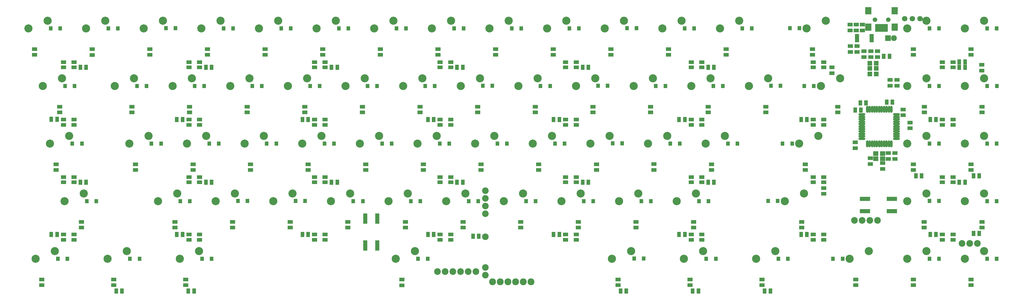
<source format=gbr>
G04 #@! TF.FileFunction,Soldermask,Bot*
%FSLAX46Y46*%
G04 Gerber Fmt 4.6, Leading zero omitted, Abs format (unit mm)*
G04 Created by KiCad (PCBNEW 4.0.2-stable) date 7/14/2016 9:28:55 PM*
%MOMM*%
G01*
G04 APERTURE LIST*
%ADD10C,0.100000*%
%ADD11C,2.686000*%
%ADD12C,1.800000*%
%ADD13R,1.289000X1.797000*%
%ADD14R,1.797000X1.289000*%
%ADD15R,1.400000X3.500000*%
%ADD16R,3.500000X1.400000*%
%ADD17C,2.200000*%
%ADD18O,0.806400X2.299920*%
%ADD19O,2.299920X0.806400*%
%ADD20R,1.598880X1.598880*%
%ADD21R,1.700000X1.250000*%
%ADD22R,1.800000X1.600000*%
%ADD23C,2.178000*%
%ADD24C,2.279600*%
%ADD25C,1.924000*%
%ADD26R,1.924000X1.924000*%
%ADD27R,1.400000X0.690000*%
%ADD28R,2.000000X2.400000*%
%ADD29R,0.990000X2.600000*%
%ADD30C,1.500000*%
%ADD31R,1.300000X1.350000*%
G04 APERTURE END LIST*
D10*
D11*
X239048750Y-103697500D03*
X232698750Y-106237500D03*
X162848750Y-103697500D03*
X156498750Y-106237500D03*
X100931550Y-84643250D03*
X94581550Y-87183250D03*
X186658350Y-65592850D03*
X180308350Y-68132850D03*
X148557550Y-65592850D03*
X142207550Y-68132850D03*
X362873750Y-65597500D03*
X356523750Y-68137500D03*
X362873750Y-103697500D03*
X356523750Y-106237500D03*
D12*
X355635950Y-64932850D03*
X358175950Y-64932850D03*
X360715950Y-64932850D03*
D13*
X366018450Y-136292850D03*
X364113450Y-136292850D03*
X323328450Y-136292850D03*
X321423450Y-136292850D03*
X282998450Y-136292850D03*
X281093450Y-136292850D03*
X241488450Y-136292850D03*
X239583450Y-136292850D03*
X199978450Y-136292850D03*
X198073450Y-136292850D03*
X158488450Y-136292850D03*
X156583450Y-136292850D03*
X116968450Y-136292850D03*
X115063450Y-136292850D03*
X75468450Y-136292850D03*
X73563450Y-136292850D03*
X373723450Y-119052850D03*
X375628450Y-119052850D03*
D14*
X328915950Y-120950350D03*
X328915950Y-122855350D03*
D13*
X290703450Y-119052850D03*
X292608450Y-119052850D03*
X249193450Y-119032850D03*
X251098450Y-119032850D03*
X207693450Y-119052850D03*
X209598450Y-119052850D03*
X166183450Y-119052850D03*
X168088450Y-119052850D03*
X124673450Y-119052850D03*
X126578450Y-119052850D03*
X83163450Y-119052850D03*
X85068450Y-119052850D03*
X366008450Y-98292850D03*
X364103450Y-98292850D03*
X323338450Y-98292850D03*
X321433450Y-98292850D03*
X282998450Y-98292850D03*
X281093450Y-98292850D03*
X241488450Y-98292850D03*
X239583450Y-98292850D03*
X199978450Y-98292850D03*
X198073450Y-98292850D03*
X158488450Y-98292850D03*
X156583450Y-98292850D03*
X116968450Y-98302850D03*
X115063450Y-98302850D03*
X75458450Y-98232850D03*
X73553450Y-98232850D03*
X373723450Y-81052850D03*
X375628450Y-81052850D03*
D14*
X331565950Y-81050350D03*
X331565950Y-82955350D03*
D13*
X290703450Y-81052850D03*
X292608450Y-81052850D03*
X249193450Y-81052850D03*
X251098450Y-81052850D03*
X166183450Y-81052850D03*
X168088450Y-81052850D03*
X124673450Y-81052850D03*
X126578450Y-81052850D03*
X83163450Y-81052850D03*
X85068450Y-81052850D03*
D14*
X377565950Y-151170350D03*
X377565950Y-153075350D03*
X358515950Y-151170350D03*
X358515950Y-153075350D03*
X339465950Y-151170350D03*
X339465950Y-153075350D03*
X308515950Y-151170350D03*
X308515950Y-153075350D03*
X284715950Y-151170350D03*
X284715950Y-153075350D03*
X260890950Y-151170350D03*
X260890950Y-153075350D03*
X189465950Y-151220350D03*
X189465950Y-153125350D03*
X118015950Y-151170350D03*
X118015950Y-153075350D03*
X94190950Y-151170350D03*
X94190950Y-153075350D03*
X70390950Y-151170350D03*
X70390950Y-153075350D03*
X381190950Y-134025350D03*
X381190950Y-132120350D03*
X362115950Y-134025350D03*
X362115950Y-132120350D03*
X321640950Y-134025350D03*
X321640950Y-132120350D03*
X285915950Y-134025350D03*
X285915950Y-132120350D03*
X266865950Y-134025350D03*
X266865950Y-132120350D03*
X247815950Y-134025350D03*
X247815950Y-132120350D03*
X228765950Y-134025350D03*
X228765950Y-132120350D03*
X209715950Y-134025350D03*
X209715950Y-132120350D03*
X190665950Y-134025350D03*
X190665950Y-132120350D03*
X171615950Y-134025350D03*
X171615950Y-132120350D03*
X152565950Y-134025350D03*
X152565950Y-132120350D03*
X133515950Y-134025350D03*
X133515950Y-132120350D03*
X114465950Y-134025350D03*
X114465950Y-132120350D03*
X83515950Y-134025350D03*
X83515950Y-132120350D03*
X377565950Y-113070350D03*
X377565950Y-114975350D03*
X358540950Y-113070350D03*
X358540950Y-114975350D03*
X322815950Y-113070350D03*
X322815950Y-114975350D03*
X291840950Y-113070350D03*
X291840950Y-114975350D03*
X272790950Y-113020350D03*
X272790950Y-114925350D03*
X253765950Y-113070350D03*
X253765950Y-114975350D03*
X234690950Y-113070350D03*
X234690950Y-114975350D03*
X215640950Y-113070350D03*
X215640950Y-114975350D03*
X196590950Y-113070350D03*
X196590950Y-114975350D03*
X177540950Y-113070350D03*
X177540950Y-114975350D03*
X158490950Y-113070350D03*
X158490950Y-114975350D03*
X139440950Y-113070350D03*
X139440950Y-114975350D03*
X120415950Y-113070350D03*
X120415950Y-114975350D03*
X101365950Y-113070350D03*
X101365950Y-114975350D03*
X75165950Y-113070350D03*
X75165950Y-114975350D03*
X381190950Y-95925350D03*
X381190950Y-94020350D03*
X362140950Y-95925350D03*
X362140950Y-94020350D03*
X333565950Y-95925350D03*
X333565950Y-94020350D03*
X309740950Y-95925350D03*
X309740950Y-94020350D03*
X290690950Y-95925350D03*
X290690950Y-94020350D03*
X271640950Y-95925350D03*
X271640950Y-94020350D03*
X252590950Y-95925350D03*
X252590950Y-94020350D03*
X233540950Y-95925350D03*
X233540950Y-94020350D03*
X214490950Y-95925350D03*
X214490950Y-94020350D03*
X195440950Y-95925350D03*
X195440950Y-94020350D03*
X176390950Y-95925350D03*
X176390950Y-94020350D03*
X157340950Y-95925350D03*
X157340950Y-94020350D03*
X138290950Y-95925350D03*
X138290950Y-94020350D03*
X119240950Y-95925350D03*
X119240950Y-94020350D03*
X100190950Y-95925350D03*
X100190950Y-94020350D03*
X76365950Y-95925350D03*
X76365950Y-94020350D03*
X377565950Y-74970350D03*
X377565950Y-76875350D03*
X358515950Y-74970350D03*
X358515950Y-76875350D03*
X325190950Y-74970350D03*
X325190950Y-76875350D03*
X296615950Y-74970350D03*
X296615950Y-76875350D03*
X277565950Y-74970350D03*
X277565950Y-76875350D03*
X258515950Y-74970350D03*
X258515950Y-76875350D03*
X239465950Y-74970350D03*
X239465950Y-76875350D03*
X220415950Y-74970350D03*
X220415950Y-76875350D03*
X201365950Y-74970350D03*
X201365950Y-76875350D03*
X182315950Y-74970350D03*
X182315950Y-76875350D03*
X163265950Y-74970350D03*
X163265950Y-76875350D03*
X144215950Y-74970350D03*
X144215950Y-76875350D03*
X125165950Y-74970350D03*
X125165950Y-76875350D03*
X106115950Y-74970350D03*
X106115950Y-76875350D03*
X87065950Y-75020350D03*
X87065950Y-76925350D03*
X68015950Y-74960350D03*
X68015950Y-76865350D03*
D11*
X381923750Y-141797500D03*
X375573750Y-144337500D03*
X362873750Y-141797500D03*
X356523750Y-144337500D03*
X343823750Y-141797500D03*
X337473750Y-144337500D03*
X312867500Y-141797500D03*
X306517500Y-144337500D03*
X289055000Y-141797500D03*
X282705000Y-144337500D03*
X265242500Y-141797500D03*
X258892500Y-144337500D03*
X193805000Y-141797500D03*
X187455000Y-144337500D03*
X122367500Y-141797500D03*
X116017500Y-144337500D03*
X98555000Y-141797500D03*
X92205000Y-144337500D03*
X74742500Y-141797500D03*
X68392500Y-144337500D03*
X381923750Y-122747500D03*
X375573750Y-125287500D03*
X362873750Y-122747500D03*
X356523750Y-125287500D03*
X322392500Y-122747500D03*
X316042500Y-125287500D03*
X286673750Y-122747500D03*
X280323750Y-125287500D03*
X267623750Y-122747500D03*
X261273750Y-125287500D03*
X248573750Y-122747500D03*
X242223750Y-125287500D03*
X229523750Y-122747500D03*
X223173750Y-125287500D03*
X210473750Y-122747500D03*
X204123750Y-125287500D03*
X191423750Y-122747500D03*
X185073750Y-125287500D03*
X172373750Y-122747500D03*
X166023750Y-125287500D03*
X153323750Y-122747500D03*
X146973750Y-125287500D03*
X134273750Y-122747500D03*
X127923750Y-125287500D03*
X115223750Y-122747500D03*
X108873750Y-125287500D03*
X84267500Y-122747500D03*
X77917500Y-125287500D03*
X381923750Y-103697500D03*
X375573750Y-106237500D03*
X327155000Y-103697500D03*
X320805000Y-106237500D03*
X296198750Y-103697500D03*
X289848750Y-106237500D03*
X277148750Y-103697500D03*
X270798750Y-106237500D03*
X258098750Y-103697500D03*
X251748750Y-106237500D03*
X219998750Y-103697500D03*
X213648750Y-106237500D03*
X200948750Y-103697500D03*
X194598750Y-106237500D03*
X143798750Y-103697500D03*
X137448750Y-106237500D03*
X124748750Y-103697500D03*
X118398750Y-106237500D03*
X105698750Y-103697500D03*
X99348750Y-106237500D03*
X79505000Y-103697500D03*
X73155000Y-106237500D03*
X381923750Y-84647500D03*
X375573750Y-87187500D03*
X362873750Y-84647500D03*
X356523750Y-87187500D03*
X334298950Y-84643250D03*
X327948950Y-87183250D03*
X310485950Y-84643250D03*
X304135950Y-87183250D03*
X291435550Y-84643250D03*
X285085550Y-87183250D03*
X272385150Y-84643250D03*
X266035150Y-87183250D03*
X253334750Y-84643250D03*
X246984750Y-87183250D03*
X234284350Y-84643250D03*
X227934350Y-87183250D03*
X215236250Y-84647500D03*
X208886250Y-87187500D03*
X196186250Y-84647500D03*
X189836250Y-87187500D03*
X177136250Y-84647500D03*
X170786250Y-87187500D03*
X158086250Y-84647500D03*
X151736250Y-87187500D03*
X139036250Y-84647500D03*
X132686250Y-87187500D03*
X119986250Y-84647500D03*
X113636250Y-87187500D03*
X77118550Y-84643250D03*
X70768550Y-87183250D03*
X381923750Y-65597500D03*
X375573750Y-68137500D03*
X329536350Y-65592850D03*
X323186350Y-68132850D03*
X300960750Y-65592850D03*
X294610750Y-68132850D03*
X281910350Y-65592850D03*
X275560350Y-68132850D03*
X262859950Y-65592850D03*
X256509950Y-68132850D03*
X243809550Y-65592850D03*
X237459550Y-68132850D03*
X224759150Y-65592850D03*
X218409150Y-68132850D03*
X205708750Y-65592850D03*
X199358750Y-68132850D03*
X167607950Y-65592850D03*
X161257950Y-68132850D03*
X129507150Y-65592850D03*
X123157150Y-68132850D03*
X110456750Y-65592850D03*
X104106750Y-68132850D03*
X91406350Y-65592850D03*
X85056350Y-68132850D03*
X72355950Y-65592850D03*
X66005950Y-68132850D03*
D14*
X353115939Y-87075358D03*
X353115939Y-85170358D03*
X350865939Y-87075358D03*
X350865939Y-85170358D03*
D15*
X177334450Y-131032850D03*
X181334950Y-139932850D03*
X177336950Y-139932850D03*
X181334950Y-131032850D03*
D16*
X351405950Y-124571350D03*
X342505950Y-128571850D03*
X342505950Y-124573850D03*
X351405950Y-128571850D03*
D17*
X203745950Y-148572850D03*
X201205950Y-148572850D03*
X377155950Y-139252850D03*
X346675950Y-131632850D03*
X379695950Y-139252850D03*
X206285950Y-148572850D03*
X208825950Y-148572850D03*
X213905950Y-148572850D03*
X211365950Y-148572850D03*
X374615950Y-139252850D03*
X339055950Y-131632850D03*
X344135950Y-131632850D03*
X341595950Y-131632850D03*
D18*
X347260050Y-94900650D03*
X348060150Y-94900650D03*
X348860250Y-94900650D03*
X349660350Y-94900650D03*
X350460450Y-94900650D03*
X351260550Y-94900650D03*
X346459950Y-94900650D03*
X345659850Y-94900650D03*
X344859750Y-94900650D03*
X344059650Y-94900650D03*
X343259550Y-94900650D03*
X347260050Y-106330650D03*
X348060150Y-106330650D03*
X348860250Y-106330650D03*
X349660350Y-106330650D03*
X350460450Y-106330650D03*
X351260550Y-106330650D03*
X346459950Y-106330650D03*
X345659850Y-106330650D03*
X344859750Y-106330650D03*
X344059650Y-106330650D03*
X343259550Y-106330650D03*
D19*
X352975050Y-100615650D03*
X341545050Y-100615650D03*
X352975050Y-101415750D03*
X341545050Y-101415750D03*
X341545050Y-102215850D03*
X352975050Y-102215850D03*
X352975050Y-103015950D03*
X341545050Y-103015950D03*
X341545050Y-103816050D03*
X352975050Y-103816050D03*
X352975050Y-104616150D03*
X341545050Y-104616150D03*
X341545050Y-99815550D03*
X352975050Y-99815550D03*
X352975050Y-99015450D03*
X341545050Y-99015450D03*
X341545050Y-98215350D03*
X352975050Y-98215350D03*
X352975050Y-97415250D03*
X341545050Y-97415250D03*
X341545050Y-96615150D03*
X352975050Y-96615150D03*
D20*
X346264970Y-81372850D03*
X344166930Y-81372850D03*
X346264970Y-79672850D03*
X344166930Y-79672850D03*
X346264970Y-83172850D03*
X344166930Y-83172850D03*
D13*
X340973450Y-92752850D03*
X342878450Y-92752850D03*
D14*
X350195950Y-109390350D03*
X350195950Y-111295350D03*
X339345950Y-105860350D03*
X339345950Y-107765350D03*
D13*
X351628450Y-92512850D03*
X349723450Y-92512850D03*
X311278450Y-155032850D03*
X309373450Y-155032850D03*
X287458450Y-155042850D03*
X285553450Y-155042850D03*
X263638450Y-155032850D03*
X261733450Y-155032850D03*
X120768450Y-155032850D03*
X118863450Y-155032850D03*
X96928439Y-155042858D03*
X95023439Y-155042858D03*
X380328450Y-135982850D03*
X378423450Y-135982850D03*
X380318450Y-116942850D03*
X378413450Y-116942850D03*
X361278450Y-116932850D03*
X359373450Y-116932850D03*
D14*
X337655950Y-68785350D03*
X337655950Y-66880350D03*
X339675950Y-68785350D03*
X339675950Y-66880350D03*
X355135950Y-96875350D03*
X355135950Y-94970350D03*
D21*
X368115950Y-119047850D03*
X368115950Y-117297850D03*
X371615950Y-117297850D03*
X371615950Y-119047850D03*
X325435950Y-119047850D03*
X325435950Y-117297850D03*
X328935950Y-117297850D03*
X328935950Y-119047850D03*
X285105950Y-119047850D03*
X285105950Y-117297850D03*
X288605950Y-117297850D03*
X288605950Y-119047850D03*
X243595950Y-119047850D03*
X243595950Y-117297850D03*
X247095950Y-117297850D03*
X247095950Y-119047850D03*
X202085950Y-119047850D03*
X202085950Y-117297850D03*
X205585950Y-117297850D03*
X205585950Y-119047850D03*
X247095950Y-98297850D03*
X247095950Y-100047850D03*
X243595950Y-100047850D03*
X243595950Y-98297850D03*
X285100950Y-81047850D03*
X285100950Y-79297850D03*
X288600950Y-79297850D03*
X288600950Y-81047850D03*
X160579950Y-81047850D03*
X160579950Y-79297850D03*
X164079950Y-79297850D03*
X164079950Y-81047850D03*
X77565950Y-81047850D03*
X77565950Y-79297850D03*
X81065950Y-79297850D03*
X81065950Y-81047850D03*
X160585950Y-119047850D03*
X160585950Y-117297850D03*
X164085950Y-117297850D03*
X164085950Y-119047850D03*
X119065950Y-119047850D03*
X119065950Y-117297850D03*
X122565950Y-117297850D03*
X122565950Y-119047850D03*
X77565950Y-119047850D03*
X77565950Y-117297850D03*
X81065950Y-117297850D03*
X81065950Y-119047850D03*
X371615950Y-98297850D03*
X371615950Y-100047850D03*
X368115950Y-100047850D03*
X368115950Y-98297850D03*
X328935950Y-98297850D03*
X328935950Y-100047850D03*
X325435950Y-100047850D03*
X325435950Y-98297850D03*
X288605950Y-98297850D03*
X288605950Y-100047850D03*
X285105950Y-100047850D03*
X285105950Y-98297850D03*
X205585950Y-98297850D03*
X205585950Y-100047850D03*
X202085950Y-100047850D03*
X202085950Y-98297850D03*
X164085950Y-98297850D03*
X164085950Y-100047850D03*
X160585950Y-100047850D03*
X160585950Y-98297850D03*
X122565950Y-98297850D03*
X122565950Y-100047850D03*
X119065950Y-100047850D03*
X119065950Y-98297850D03*
X81065950Y-98297850D03*
X81065950Y-100047850D03*
X77565950Y-100047850D03*
X77565950Y-98297850D03*
X368115950Y-81047850D03*
X368115950Y-79297850D03*
X371615950Y-79297850D03*
X371615950Y-81047850D03*
X325427950Y-81047850D03*
X325427950Y-79297850D03*
X328927950Y-79297850D03*
X328927950Y-81047850D03*
X243593950Y-81047850D03*
X243593950Y-79297850D03*
X247093950Y-79297850D03*
X247093950Y-81047850D03*
X202086950Y-81047850D03*
X202086950Y-79297850D03*
X205586950Y-79297850D03*
X205586950Y-81047850D03*
X119072950Y-81047850D03*
X119072950Y-79297850D03*
X122572950Y-79297850D03*
X122572950Y-81047850D03*
D22*
X348390050Y-109525650D03*
X346090050Y-109525650D03*
X348390050Y-111225650D03*
X346090050Y-111225650D03*
D23*
X217085950Y-149742850D03*
X217085950Y-147202850D03*
X217085950Y-137042850D03*
X217085950Y-129422850D03*
X217085950Y-126882850D03*
X217085950Y-124342850D03*
X217085950Y-121802850D03*
D24*
X219426950Y-151972850D03*
X221966950Y-151972850D03*
X224506950Y-151972850D03*
X227046950Y-151972850D03*
X229586950Y-151972850D03*
X232126950Y-151972850D03*
D25*
X352135950Y-71392850D03*
D26*
X350135950Y-71392850D03*
D13*
X212953450Y-136912850D03*
X214858450Y-136912850D03*
X341188450Y-95162850D03*
X339283450Y-95162850D03*
D14*
X352425950Y-109390350D03*
X352425950Y-111295350D03*
X344275950Y-111070350D03*
X344275950Y-112975350D03*
X348385950Y-112690350D03*
X348385950Y-114595350D03*
X357445950Y-101175350D03*
X357445950Y-99270350D03*
D13*
X373723450Y-79252850D03*
X375628450Y-79252850D03*
D14*
X381135950Y-80200350D03*
X381135950Y-82105350D03*
X337685950Y-75915350D03*
X337685950Y-74010350D03*
X339935950Y-75915350D03*
X339935950Y-74010350D03*
X344465950Y-75720350D03*
X344465950Y-77625350D03*
X346715950Y-75720350D03*
X346715950Y-77625350D03*
X342215950Y-75720350D03*
X342215950Y-77625350D03*
D21*
X81065950Y-136297850D03*
X81065950Y-138047850D03*
X77565950Y-138047850D03*
X77565950Y-136297850D03*
X122565950Y-136297850D03*
X122565950Y-138047850D03*
X119065950Y-138047850D03*
X119065950Y-136297850D03*
X164085950Y-136297850D03*
X164085950Y-138047850D03*
X160585950Y-138047850D03*
X160585950Y-136297850D03*
X205585950Y-136297850D03*
X205585950Y-138047850D03*
X202085950Y-138047850D03*
X202085950Y-136297850D03*
X247095950Y-136297850D03*
X247095950Y-138047850D03*
X243595950Y-138047850D03*
X243595950Y-136297850D03*
X288605950Y-136297850D03*
X288605950Y-138047850D03*
X285105950Y-138047850D03*
X285105950Y-136297850D03*
X328935950Y-136297850D03*
X328935950Y-138047850D03*
X325435950Y-138047850D03*
X325435950Y-136297850D03*
X371615950Y-136297850D03*
X371615950Y-138047850D03*
X368115950Y-138047850D03*
X368115950Y-136297850D03*
D13*
X350618450Y-77362850D03*
X348713450Y-77362850D03*
D11*
X181898750Y-103697500D03*
X175548750Y-106237500D03*
D13*
X207683450Y-81052850D03*
X209588450Y-81052850D03*
D27*
X344765950Y-70372850D03*
X344765950Y-70872850D03*
X339865950Y-71372850D03*
X344765950Y-71872850D03*
X344765950Y-72372850D03*
X339865950Y-72372850D03*
X339865950Y-71872850D03*
X344765950Y-71372850D03*
X339865950Y-70872850D03*
X339865950Y-70372850D03*
D28*
X352345950Y-62262850D03*
X343645950Y-62262850D03*
X343645950Y-67762850D03*
X352345950Y-67762850D03*
D29*
X347995950Y-67962850D03*
X347195850Y-67962850D03*
X346395750Y-67962850D03*
X348795950Y-67962850D03*
X349595950Y-67962850D03*
D30*
X345795950Y-65262850D03*
X350195950Y-65262850D03*
D14*
X341675950Y-68785350D03*
X341675950Y-66880350D03*
D31*
X73373450Y-68132850D03*
X76523450Y-68132850D03*
X92408450Y-68112850D03*
X95558450Y-68112850D03*
X111468450Y-68092850D03*
X114618450Y-68092850D03*
X130508450Y-68102850D03*
X133658450Y-68102850D03*
X149563450Y-68107850D03*
X152713450Y-68107850D03*
X168613450Y-68107850D03*
X171763450Y-68107850D03*
X187663450Y-68107850D03*
X190813450Y-68107850D03*
X206713450Y-68107850D03*
X209863450Y-68107850D03*
X225763450Y-68107850D03*
X228913450Y-68107850D03*
X244813450Y-68107850D03*
X247963450Y-68107850D03*
X263858450Y-68092850D03*
X267008450Y-68092850D03*
X282913450Y-68107850D03*
X286063450Y-68107850D03*
X301963450Y-68107850D03*
X305113450Y-68107850D03*
X320838450Y-68082850D03*
X317688450Y-68082850D03*
X363888450Y-68107850D03*
X367038450Y-68107850D03*
X382938450Y-68112850D03*
X386088450Y-68112850D03*
X78128450Y-87162850D03*
X81278450Y-87162850D03*
X101928450Y-87152850D03*
X105078450Y-87152850D03*
X120978450Y-87162850D03*
X124128450Y-87162850D03*
X140028450Y-87162850D03*
X143178450Y-87162850D03*
X159108450Y-87162850D03*
X162258450Y-87162850D03*
X178128450Y-87172850D03*
X181278450Y-87172850D03*
X197178450Y-87172850D03*
X200328450Y-87172850D03*
X216228450Y-87132850D03*
X219378450Y-87132850D03*
X235288450Y-87152850D03*
X238438450Y-87152850D03*
X254328450Y-87142850D03*
X257478450Y-87142850D03*
X273398450Y-87152850D03*
X276548450Y-87152850D03*
X292418450Y-87152850D03*
X295568450Y-87152850D03*
X311478450Y-87132850D03*
X314628450Y-87132850D03*
X325598450Y-87152850D03*
X322448450Y-87152850D03*
X363888450Y-87172850D03*
X367038450Y-87172850D03*
X382948450Y-87182850D03*
X386098450Y-87182850D03*
X80518450Y-106222850D03*
X83668450Y-106222850D03*
X106688450Y-106212850D03*
X109838450Y-106212850D03*
X125748450Y-106212850D03*
X128898450Y-106212850D03*
X144788450Y-106212850D03*
X147938450Y-106212850D03*
X163868450Y-106212850D03*
X167018450Y-106212850D03*
X182898450Y-106212850D03*
X186048450Y-106212850D03*
X201948450Y-106212850D03*
X205098450Y-106212850D03*
X221018450Y-106212850D03*
X224168450Y-106212850D03*
X240048450Y-106222850D03*
X243198450Y-106222850D03*
X259098450Y-106192850D03*
X262248450Y-106192850D03*
X278168450Y-106212850D03*
X281318450Y-106212850D03*
X297198450Y-106212850D03*
X300348450Y-106212850D03*
X318458450Y-106212850D03*
X315308450Y-106212850D03*
X363878450Y-106222850D03*
X367028450Y-106222850D03*
X382928450Y-106222850D03*
X386078450Y-106222850D03*
X85308450Y-125262850D03*
X88458450Y-125262850D03*
X116228450Y-125272850D03*
X119378450Y-125272850D03*
X135278450Y-125242850D03*
X138428450Y-125242850D03*
X154328450Y-125232850D03*
X157478450Y-125232850D03*
X173398450Y-125262850D03*
X176548450Y-125262850D03*
X192428450Y-125262850D03*
X195578450Y-125262850D03*
X211508450Y-125262850D03*
X214658450Y-125262850D03*
X230538450Y-125272850D03*
X233688450Y-125272850D03*
X249588450Y-125262850D03*
X252738450Y-125262850D03*
X268628450Y-125262850D03*
X271778450Y-125262850D03*
X287688450Y-125262850D03*
X290838450Y-125262850D03*
X313688450Y-125242850D03*
X310538450Y-125242850D03*
X363888450Y-125232850D03*
X367038450Y-125232850D03*
X382938450Y-125272850D03*
X386088450Y-125272850D03*
X75758450Y-144302850D03*
X78908450Y-144302850D03*
X99568450Y-144302850D03*
X102718450Y-144302850D03*
X123398450Y-144312850D03*
X126548450Y-144312850D03*
X194818450Y-144302850D03*
X197968450Y-144302850D03*
X266248450Y-144292850D03*
X269398450Y-144292850D03*
X290078450Y-144312850D03*
X293228450Y-144312850D03*
X313878450Y-144312850D03*
X317028450Y-144312850D03*
X335128450Y-144302850D03*
X331978450Y-144302850D03*
X363878450Y-144302850D03*
X367028450Y-144302850D03*
X382928450Y-144302850D03*
X386078450Y-144302850D03*
M02*

</source>
